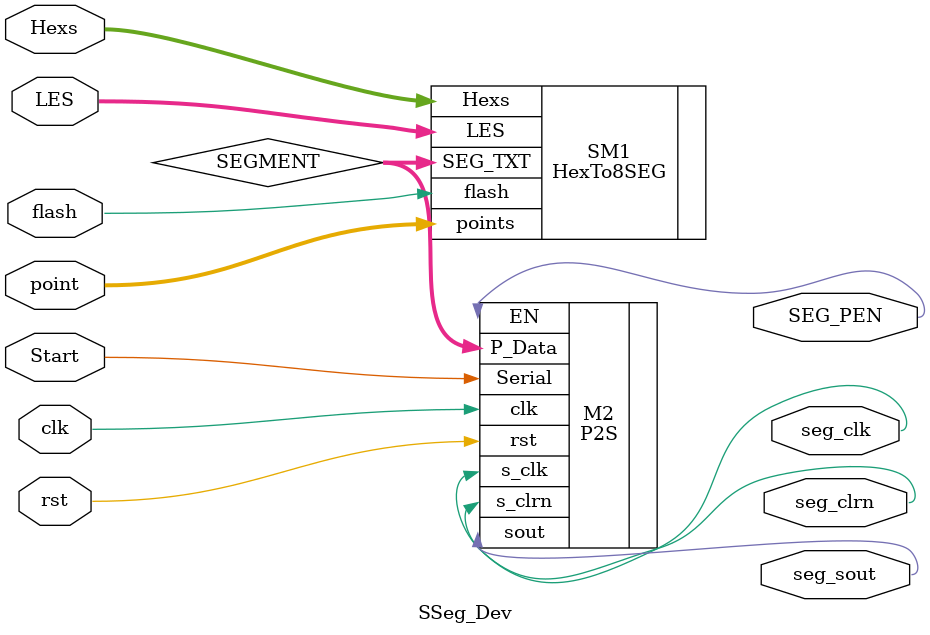
<source format=v>
module SSeg_Dev(
    input clk,
    input flash,
    input [31:0] Hexs,
    input [7:0] LES,
    input [7:0] point,
    input rst,
    input Start,
    output seg_clk,
    output seg_clrn,
    output SEG_PEN,
    output seg_sout
);

   wire [63:0] SEGMENT;

   P2S  M2 (.clk(clk), 
           .P_Data(SEGMENT[63:0]), 
           .rst(rst), 
           .Serial(Start), 
           .EN(SEG_PEN), 
           .sout(seg_sout), 
           .s_clk(seg_clk), 
           .s_clrn(seg_clrn));

   HexTo8SEG  SM1 (.flash(flash), 
                  .Hexs(Hexs[31:0]), 
                  .LES(LES[7:0]), 
                  .points(point[7:0]), 
                  .SEG_TXT(SEGMENT[63:0]));

endmodule

</source>
